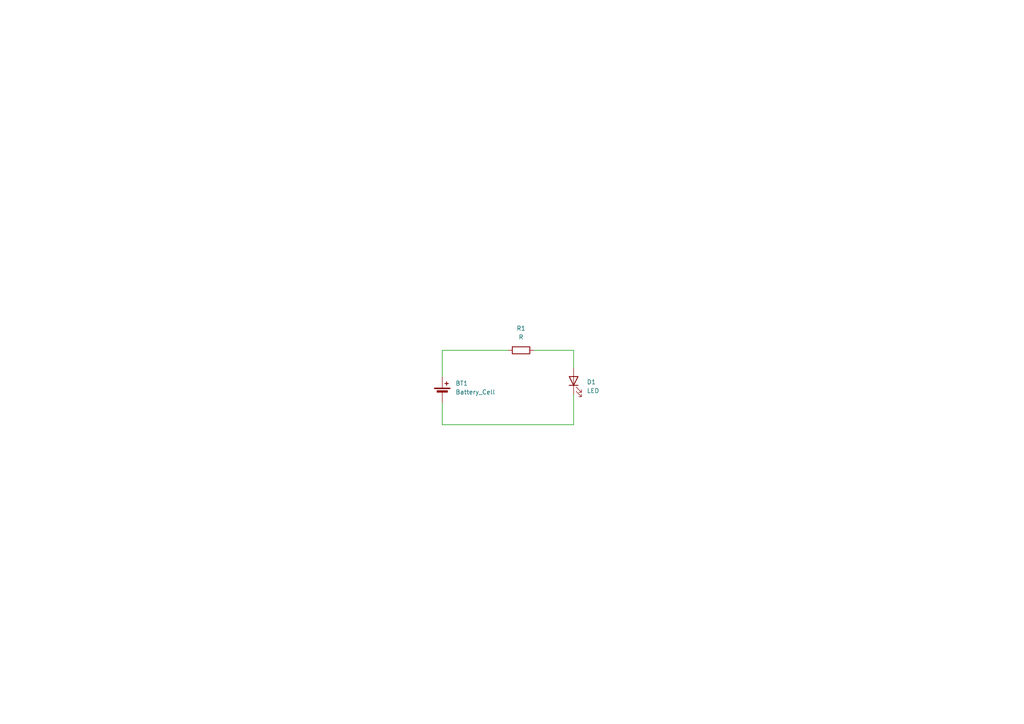
<source format=kicad_sch>
(kicad_sch (version 20231120) (generator "eeschema") (generator_version "8.0")
  (paper "A4")
  (lib_symbols
    (symbol "Device:Battery_Cell" (pin_numbers hide) (pin_names (offset 0) hide)
      (property "Reference" "BT" (at 2.54 2.54 0))
      (property "Value" "Battery_Cell" (at 2.54 0 0))
      (symbol "Battery_Cell_0_1"
        (rectangle (start -2.286 1.778) (end 2.286 1.524) (fill (type outline)))
        (rectangle (start -1.524 1.016) (end 1.524 0.508) (fill (type outline)))
        (polyline (pts (xy 0 0.762) (xy 0 0)))
        (polyline (pts (xy 0 1.778) (xy 0 2.54)))
        (polyline (pts (xy 0.762 3.048) (xy 1.778 3.048)) (stroke (width 0.254)))
        (polyline (pts (xy 1.27 3.556) (xy 1.27 2.54)) (stroke (width 0.254)))
      )
      (symbol "Battery_Cell_1_1"
        (pin passive line (at 0 5.08 270) (length 2.54) (name "+") (number "1"))
        (pin passive line (at 0 -2.54 90) (length 2.54) (name "-") (number "2"))
      )
    )
    (symbol "Device:LED" (pin_numbers hide) (pin_names (offset 1.016) hide)
      (property "Reference" "D" (at 0 2.54 0))
      (property "Value" "LED" (at 0 -2.54 0))
      (symbol "LED_0_1"
        (polyline (pts (xy -1.27 -1.27) (xy -1.27 1.27)) (stroke (width 0.254)))
        (polyline (pts (xy -1.27 0) (xy 1.27 0)))
        (polyline (pts (xy 1.27 -1.27) (xy 1.27 1.27) (xy -1.27 0) (xy 1.27 -1.27)) (stroke (width 0.254)))
        (polyline (pts (xy -3.048 -0.762) (xy -4.572 -2.286) (xy -3.81 -2.286) (xy -4.572 -2.286) (xy -4.572 -1.524)))
        (polyline (pts (xy -1.778 -0.762) (xy -3.302 -2.286) (xy -2.54 -2.286) (xy -3.302 -2.286) (xy -3.302 -1.524)))
      )
      (symbol "LED_1_1"
        (pin passive line (at -3.81 0 0) (length 2.54) (name "K") (number "1"))
        (pin passive line (at 3.81 0 180) (length 2.54) (name "A") (number "2"))
      )
    )
    (symbol "Device:R" (pin_numbers hide) (pin_names (offset 0))
      (property "Reference" "R" (at 2.032 0 90))
      (property "Value" "R" (at 0 0 90))
      (symbol "R_0_1"
        (rectangle (start -1.016 -2.54) (end 1.016 2.54) (stroke (width 0.254)))
      )
      (symbol "R_1_1"
        (pin passive line (at 0 3.81 270) (length 1.27) (name "~") (number "1"))
        (pin passive line (at 0 -3.81 90) (length 1.27) (name "~") (number "2"))
      )
    )
  )
  (wire (pts (xy 128.27 101.6) (xy 147.32 101.6)))
  (wire (pts (xy 166.37 114.3) (xy 166.37 123.19)))
  (wire (pts (xy 166.37 123.19) (xy 128.27 123.19)))
  (wire (pts (xy 128.27 109.22) (xy 128.27 101.6)))
  (wire (pts (xy 154.94 101.6) (xy 166.37 101.6)))
  (wire (pts (xy 166.37 101.6) (xy 166.37 106.68)))
  (wire (pts (xy 128.27 123.19) (xy 128.27 116.84)))
  (symbol (lib_id "Device:LED") (at 166.37 110.49 90) (unit 1)
    (property "Reference" "D1" (at 170.18 110.8074 90) (effects (justify right)))
    (property "Value" "LED" (at 170.18 113.3474 90) (effects (justify right)))
    (property "Footprint" "LED_SMD:LED_0805_2012Metric_Pad1.15x1.40mm_HandSolder" (effects (hide yes)))
    (property "Description" "Light emitting diode" (effects (hide yes)))
  )
  (symbol (lib_id "Device:R") (at 151.13 101.6 90) (unit 1)
    (property "Reference" "R1" (at 151.13 95.25 90))
    (property "Value" "R" (at 151.13 97.79 90))
    (property "Footprint" "Resistor_SMD:R_0805_2012Metric_Pad1.20x1.40mm_HandSolder" (effects (hide yes)))
    (property "Description" "Resistor" (effects (hide yes)))
  )
  (symbol (lib_id "Device:Battery_Cell") (at 128.27 114.3 0) (unit 1)
    (property "Reference" "BT1" (at 132.08 111.1884 0) (effects (justify left)))
    (property "Value" "Battery_Cell" (at 132.08 113.7284 0) (effects (justify left)))
    (property "Footprint" "FS_3_Global_Footprint_Library:MS621FE-FL11E_SEC" (effects (hide yes)))
    (property "Description" "Single-cell battery" (effects (hide yes)))
  )
)
</source>
